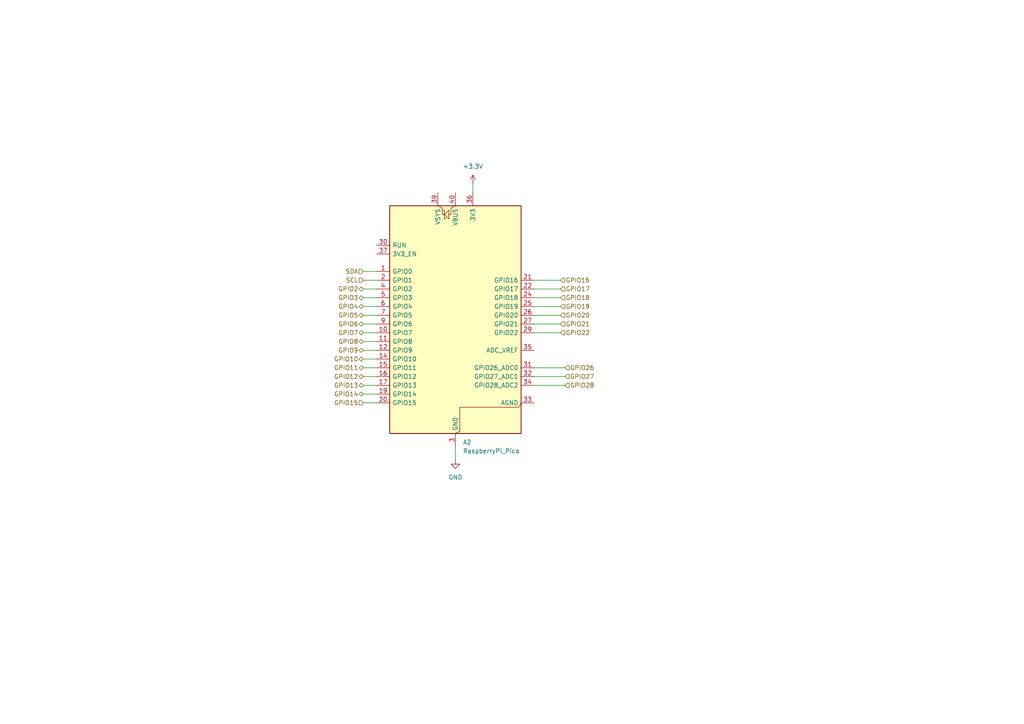
<source format=kicad_sch>
(kicad_sch
	(version 20250114)
	(generator "eeschema")
	(generator_version "9.0")
	(uuid "e824ae0a-303e-4b85-8ccd-ff8cbc5f6381")
	(paper "A4")
	(lib_symbols
		(symbol "MCU_Module:RaspberryPi_Pico"
			(pin_names
				(offset 0.762)
			)
			(exclude_from_sim no)
			(in_bom yes)
			(on_board yes)
			(property "Reference" "A"
				(at -19.05 35.56 0)
				(effects
					(font
						(size 1.27 1.27)
					)
					(justify left)
				)
			)
			(property "Value" "RaspberryPi_Pico"
				(at 7.62 35.56 0)
				(effects
					(font
						(size 1.27 1.27)
					)
					(justify left)
				)
			)
			(property "Footprint" "Module:RaspberryPi_Pico_Common_Unspecified"
				(at 0 -46.99 0)
				(effects
					(font
						(size 1.27 1.27)
					)
					(hide yes)
				)
			)
			(property "Datasheet" "https://datasheets.raspberrypi.com/pico/pico-datasheet.pdf"
				(at 0 -49.53 0)
				(effects
					(font
						(size 1.27 1.27)
					)
					(hide yes)
				)
			)
			(property "Description" "Versatile and inexpensive microcontroller module powered by RP2040 dual-core Arm Cortex-M0+ processor up to 133 MHz, 264kB SRAM, 2MB QSPI flash; also supports Raspberry Pi Pico 2"
				(at 0 -52.07 0)
				(effects
					(font
						(size 1.27 1.27)
					)
					(hide yes)
				)
			)
			(property "ki_keywords" "RP2350A M33 RISC-V Hazard3 usb"
				(at 0 0 0)
				(effects
					(font
						(size 1.27 1.27)
					)
					(hide yes)
				)
			)
			(property "ki_fp_filters" "RaspberryPi?Pico?Common* RaspberryPi?Pico?SMD*"
				(at 0 0 0)
				(effects
					(font
						(size 1.27 1.27)
					)
					(hide yes)
				)
			)
			(symbol "RaspberryPi_Pico_0_1"
				(rectangle
					(start -19.05 34.29)
					(end 19.05 -31.75)
					(stroke
						(width 0.254)
						(type default)
					)
					(fill
						(type background)
					)
				)
				(polyline
					(pts
						(xy -5.08 34.29) (xy -3.81 33.655) (xy -3.81 31.75) (xy -3.175 31.75)
					)
					(stroke
						(width 0)
						(type default)
					)
					(fill
						(type none)
					)
				)
				(polyline
					(pts
						(xy -3.429 32.766) (xy -3.429 33.02) (xy -3.175 33.02) (xy -3.175 30.48) (xy -2.921 30.48) (xy -2.921 30.734)
					)
					(stroke
						(width 0)
						(type default)
					)
					(fill
						(type none)
					)
				)
				(polyline
					(pts
						(xy -3.175 31.75) (xy -1.905 33.02) (xy -1.905 30.48) (xy -3.175 31.75)
					)
					(stroke
						(width 0)
						(type default)
					)
					(fill
						(type none)
					)
				)
				(polyline
					(pts
						(xy 0 34.29) (xy -1.27 33.655) (xy -1.27 31.75) (xy -1.905 31.75)
					)
					(stroke
						(width 0)
						(type default)
					)
					(fill
						(type none)
					)
				)
				(polyline
					(pts
						(xy 0 -31.75) (xy 1.27 -31.115) (xy 1.27 -24.13) (xy 18.415 -24.13) (xy 19.05 -22.86)
					)
					(stroke
						(width 0)
						(type default)
					)
					(fill
						(type none)
					)
				)
			)
			(symbol "RaspberryPi_Pico_1_1"
				(pin passive line
					(at -22.86 22.86 0)
					(length 3.81)
					(name "RUN"
						(effects
							(font
								(size 1.27 1.27)
							)
						)
					)
					(number "30"
						(effects
							(font
								(size 1.27 1.27)
							)
						)
					)
					(alternate "~{RESET}" passive line)
				)
				(pin passive line
					(at -22.86 20.32 0)
					(length 3.81)
					(name "3V3_EN"
						(effects
							(font
								(size 1.27 1.27)
							)
						)
					)
					(number "37"
						(effects
							(font
								(size 1.27 1.27)
							)
						)
					)
					(alternate "~{3V3_DISABLE}" passive line)
				)
				(pin bidirectional line
					(at -22.86 15.24 0)
					(length 3.81)
					(name "GPIO0"
						(effects
							(font
								(size 1.27 1.27)
							)
						)
					)
					(number "1"
						(effects
							(font
								(size 1.27 1.27)
							)
						)
					)
					(alternate "I2C0_SDA" bidirectional line)
					(alternate "PWM0_A" output line)
					(alternate "SPI0_RX" input line)
					(alternate "UART0_TX" output line)
					(alternate "USB_OVCUR_DET" input line)
				)
				(pin bidirectional line
					(at -22.86 12.7 0)
					(length 3.81)
					(name "GPIO1"
						(effects
							(font
								(size 1.27 1.27)
							)
						)
					)
					(number "2"
						(effects
							(font
								(size 1.27 1.27)
							)
						)
					)
					(alternate "I2C0_SCL" bidirectional clock)
					(alternate "PWM0_B" bidirectional line)
					(alternate "UART0_RX" input line)
					(alternate "USB_VBUS_DET" passive line)
					(alternate "~{SPI0_CSn}" bidirectional line)
				)
				(pin bidirectional line
					(at -22.86 10.16 0)
					(length 3.81)
					(name "GPIO2"
						(effects
							(font
								(size 1.27 1.27)
							)
						)
					)
					(number "4"
						(effects
							(font
								(size 1.27 1.27)
							)
						)
					)
					(alternate "I2C1_SDA" bidirectional line)
					(alternate "PWM1_A" output line)
					(alternate "SPI0_SCK" bidirectional clock)
					(alternate "UART0_CTS" input line)
					(alternate "USB_VBUS_EN" output line)
				)
				(pin bidirectional line
					(at -22.86 7.62 0)
					(length 3.81)
					(name "GPIO3"
						(effects
							(font
								(size 1.27 1.27)
							)
						)
					)
					(number "5"
						(effects
							(font
								(size 1.27 1.27)
							)
						)
					)
					(alternate "I2C1_SCL" bidirectional clock)
					(alternate "PWM1_B" bidirectional line)
					(alternate "SPI0_TX" output line)
					(alternate "UART0_RTS" output line)
					(alternate "USB_OVCUR_DET" input line)
				)
				(pin bidirectional line
					(at -22.86 5.08 0)
					(length 3.81)
					(name "GPIO4"
						(effects
							(font
								(size 1.27 1.27)
							)
						)
					)
					(number "6"
						(effects
							(font
								(size 1.27 1.27)
							)
						)
					)
					(alternate "I2C0_SDA" bidirectional line)
					(alternate "PWM2_A" output line)
					(alternate "SPI0_RX" input line)
					(alternate "UART1_TX" output line)
					(alternate "USB_VBUS_DET" input line)
				)
				(pin bidirectional line
					(at -22.86 2.54 0)
					(length 3.81)
					(name "GPIO5"
						(effects
							(font
								(size 1.27 1.27)
							)
						)
					)
					(number "7"
						(effects
							(font
								(size 1.27 1.27)
							)
						)
					)
					(alternate "I2C0_SCL" bidirectional clock)
					(alternate "PWM2_B" bidirectional line)
					(alternate "UART1_RX" input line)
					(alternate "USB_VBUS_EN" output line)
					(alternate "~{SPI0_CSn}" bidirectional line)
				)
				(pin bidirectional line
					(at -22.86 0 0)
					(length 3.81)
					(name "GPIO6"
						(effects
							(font
								(size 1.27 1.27)
							)
						)
					)
					(number "9"
						(effects
							(font
								(size 1.27 1.27)
							)
						)
					)
					(alternate "I2C1_SDA" bidirectional line)
					(alternate "PWM3_A" output line)
					(alternate "SPI0_SCK" bidirectional clock)
					(alternate "UART1_CTS" input line)
					(alternate "USB_OVCUR_DET" input line)
				)
				(pin bidirectional line
					(at -22.86 -2.54 0)
					(length 3.81)
					(name "GPIO7"
						(effects
							(font
								(size 1.27 1.27)
							)
						)
					)
					(number "10"
						(effects
							(font
								(size 1.27 1.27)
							)
						)
					)
					(alternate "I2C1_SCL" bidirectional clock)
					(alternate "PWM3_B" bidirectional line)
					(alternate "SPI0_TX" output line)
					(alternate "UART1_RTS" output line)
					(alternate "USB_VBUS_DET" input line)
				)
				(pin bidirectional line
					(at -22.86 -5.08 0)
					(length 3.81)
					(name "GPIO8"
						(effects
							(font
								(size 1.27 1.27)
							)
						)
					)
					(number "11"
						(effects
							(font
								(size 1.27 1.27)
							)
						)
					)
					(alternate "I2C0_SDA" bidirectional line)
					(alternate "PWM4_A" output line)
					(alternate "SPI1_RX" input line)
					(alternate "UART1_TX" output line)
					(alternate "USB_VBUS_EN" output line)
				)
				(pin bidirectional line
					(at -22.86 -7.62 0)
					(length 3.81)
					(name "GPIO9"
						(effects
							(font
								(size 1.27 1.27)
							)
						)
					)
					(number "12"
						(effects
							(font
								(size 1.27 1.27)
							)
						)
					)
					(alternate "I2C0_SCL" bidirectional clock)
					(alternate "PWM4_B" bidirectional line)
					(alternate "UART1_RX" input line)
					(alternate "USB_OVCUR_DET" input line)
					(alternate "~{SPI1_CSn}" bidirectional line)
				)
				(pin bidirectional line
					(at -22.86 -10.16 0)
					(length 3.81)
					(name "GPIO10"
						(effects
							(font
								(size 1.27 1.27)
							)
						)
					)
					(number "14"
						(effects
							(font
								(size 1.27 1.27)
							)
						)
					)
					(alternate "I2C1_SDA" bidirectional line)
					(alternate "PWM5_A" output line)
					(alternate "SPI1_SCK" bidirectional clock)
					(alternate "UART1_CTS" input line)
					(alternate "USB_VBUS_DET" input line)
				)
				(pin bidirectional line
					(at -22.86 -12.7 0)
					(length 3.81)
					(name "GPIO11"
						(effects
							(font
								(size 1.27 1.27)
							)
						)
					)
					(number "15"
						(effects
							(font
								(size 1.27 1.27)
							)
						)
					)
					(alternate "I2C1_SCL" bidirectional clock)
					(alternate "PWM5_B" bidirectional line)
					(alternate "SPI1_TX" output line)
					(alternate "UART1_RTS" output line)
					(alternate "USB_VBUS_EN" output line)
				)
				(pin bidirectional line
					(at -22.86 -15.24 0)
					(length 3.81)
					(name "GPIO12"
						(effects
							(font
								(size 1.27 1.27)
							)
						)
					)
					(number "16"
						(effects
							(font
								(size 1.27 1.27)
							)
						)
					)
					(alternate "I2C0_SDA" bidirectional line)
					(alternate "PWM6_A" output line)
					(alternate "SPI1_RX" input line)
					(alternate "UART0_TX" output line)
					(alternate "USB_OVCUR_DET" input line)
				)
				(pin bidirectional line
					(at -22.86 -17.78 0)
					(length 3.81)
					(name "GPIO13"
						(effects
							(font
								(size 1.27 1.27)
							)
						)
					)
					(number "17"
						(effects
							(font
								(size 1.27 1.27)
							)
						)
					)
					(alternate "I2C0_SCL" bidirectional clock)
					(alternate "PWM6_B" bidirectional line)
					(alternate "UART0_RX" input line)
					(alternate "USB_VBUS_DET" input line)
					(alternate "~{SPI1_CSn}" bidirectional line)
				)
				(pin bidirectional line
					(at -22.86 -20.32 0)
					(length 3.81)
					(name "GPIO14"
						(effects
							(font
								(size 1.27 1.27)
							)
						)
					)
					(number "19"
						(effects
							(font
								(size 1.27 1.27)
							)
						)
					)
					(alternate "I2C1_SDA" bidirectional line)
					(alternate "PWM7_A" output line)
					(alternate "SPI1_SCK" bidirectional clock)
					(alternate "UART0_CTS" input line)
					(alternate "USB_VBUS_EN" output line)
				)
				(pin bidirectional line
					(at -22.86 -22.86 0)
					(length 3.81)
					(name "GPIO15"
						(effects
							(font
								(size 1.27 1.27)
							)
						)
					)
					(number "20"
						(effects
							(font
								(size 1.27 1.27)
							)
						)
					)
					(alternate "I2C1_SCL" bidirectional clock)
					(alternate "PWM7_B" bidirectional line)
					(alternate "SPI1_TX" output line)
					(alternate "UART0_RTS" output line)
					(alternate "USB_OVCUR_DET" input line)
				)
				(pin power_in line
					(at -5.08 38.1 270)
					(length 3.81)
					(name "VSYS"
						(effects
							(font
								(size 1.27 1.27)
							)
						)
					)
					(number "39"
						(effects
							(font
								(size 1.27 1.27)
							)
						)
					)
					(alternate "VSYS_OUT" power_out line)
				)
				(pin power_out line
					(at 0 38.1 270)
					(length 3.81)
					(name "VBUS"
						(effects
							(font
								(size 1.27 1.27)
							)
						)
					)
					(number "40"
						(effects
							(font
								(size 1.27 1.27)
							)
						)
					)
					(alternate "VBUS_IN" power_in line)
				)
				(pin passive line
					(at 0 -35.56 90)
					(length 3.81)
					(hide yes)
					(name "GND"
						(effects
							(font
								(size 1.27 1.27)
							)
						)
					)
					(number "13"
						(effects
							(font
								(size 1.27 1.27)
							)
						)
					)
				)
				(pin passive line
					(at 0 -35.56 90)
					(length 3.81)
					(hide yes)
					(name "GND"
						(effects
							(font
								(size 1.27 1.27)
							)
						)
					)
					(number "18"
						(effects
							(font
								(size 1.27 1.27)
							)
						)
					)
				)
				(pin passive line
					(at 0 -35.56 90)
					(length 3.81)
					(hide yes)
					(name "GND"
						(effects
							(font
								(size 1.27 1.27)
							)
						)
					)
					(number "23"
						(effects
							(font
								(size 1.27 1.27)
							)
						)
					)
				)
				(pin passive line
					(at 0 -35.56 90)
					(length 3.81)
					(hide yes)
					(name "GND"
						(effects
							(font
								(size 1.27 1.27)
							)
						)
					)
					(number "28"
						(effects
							(font
								(size 1.27 1.27)
							)
						)
					)
				)
				(pin power_out line
					(at 0 -35.56 90)
					(length 3.81)
					(name "GND"
						(effects
							(font
								(size 1.27 1.27)
							)
						)
					)
					(number "3"
						(effects
							(font
								(size 1.27 1.27)
							)
						)
					)
					(alternate "GND_IN" power_in line)
				)
				(pin passive line
					(at 0 -35.56 90)
					(length 3.81)
					(hide yes)
					(name "GND"
						(effects
							(font
								(size 1.27 1.27)
							)
						)
					)
					(number "38"
						(effects
							(font
								(size 1.27 1.27)
							)
						)
					)
				)
				(pin passive line
					(at 0 -35.56 90)
					(length 3.81)
					(hide yes)
					(name "GND"
						(effects
							(font
								(size 1.27 1.27)
							)
						)
					)
					(number "8"
						(effects
							(font
								(size 1.27 1.27)
							)
						)
					)
				)
				(pin power_out line
					(at 5.08 38.1 270)
					(length 3.81)
					(name "3V3"
						(effects
							(font
								(size 1.27 1.27)
							)
						)
					)
					(number "36"
						(effects
							(font
								(size 1.27 1.27)
							)
						)
					)
				)
				(pin bidirectional line
					(at 22.86 12.7 180)
					(length 3.81)
					(name "GPIO16"
						(effects
							(font
								(size 1.27 1.27)
							)
						)
					)
					(number "21"
						(effects
							(font
								(size 1.27 1.27)
							)
						)
					)
					(alternate "I2C0_SDA" bidirectional line)
					(alternate "PWM0_A" output line)
					(alternate "SPI0_RX" input line)
					(alternate "UART0_TX" output line)
					(alternate "USB_VBUS_DET" input line)
				)
				(pin bidirectional line
					(at 22.86 10.16 180)
					(length 3.81)
					(name "GPIO17"
						(effects
							(font
								(size 1.27 1.27)
							)
						)
					)
					(number "22"
						(effects
							(font
								(size 1.27 1.27)
							)
						)
					)
					(alternate "I2C0_SCL" bidirectional clock)
					(alternate "PWM0_B" bidirectional line)
					(alternate "UART0_RX" input line)
					(alternate "USB_VBUS_EN" output line)
					(alternate "~{SPI0_CSn}" bidirectional line)
				)
				(pin bidirectional line
					(at 22.86 7.62 180)
					(length 3.81)
					(name "GPIO18"
						(effects
							(font
								(size 1.27 1.27)
							)
						)
					)
					(number "24"
						(effects
							(font
								(size 1.27 1.27)
							)
						)
					)
					(alternate "I2C1_SDA" bidirectional line)
					(alternate "PWM1_A" output line)
					(alternate "SPI0_SCK" bidirectional clock)
					(alternate "UART0_CTS" input line)
					(alternate "USB_OVCUR_DET" input line)
				)
				(pin bidirectional line
					(at 22.86 5.08 180)
					(length 3.81)
					(name "GPIO19"
						(effects
							(font
								(size 1.27 1.27)
							)
						)
					)
					(number "25"
						(effects
							(font
								(size 1.27 1.27)
							)
						)
					)
					(alternate "I2C1_SCL" bidirectional clock)
					(alternate "PWM1_B" bidirectional line)
					(alternate "SPI0_TX" output line)
					(alternate "UART0_RTS" output line)
					(alternate "USB_VBUS_DET" input line)
				)
				(pin bidirectional line
					(at 22.86 2.54 180)
					(length 3.81)
					(name "GPIO20"
						(effects
							(font
								(size 1.27 1.27)
							)
						)
					)
					(number "26"
						(effects
							(font
								(size 1.27 1.27)
							)
						)
					)
					(alternate "CLOCK_GPIN0" input clock)
					(alternate "I2C0_SDA" bidirectional line)
					(alternate "PWM2_A" output line)
					(alternate "SPI0_RX" input line)
					(alternate "UART1_TX" output line)
					(alternate "USB_VBUS_EN" output line)
				)
				(pin bidirectional line
					(at 22.86 0 180)
					(length 3.81)
					(name "GPIO21"
						(effects
							(font
								(size 1.27 1.27)
							)
						)
					)
					(number "27"
						(effects
							(font
								(size 1.27 1.27)
							)
						)
					)
					(alternate "CLOCK_GPOUT0" output clock)
					(alternate "I2C0_SCL" bidirectional clock)
					(alternate "PWM2_B" bidirectional line)
					(alternate "UART1_RX" input line)
					(alternate "USB_OVCUR_DET" input line)
					(alternate "~{SPI0_CSn}" bidirectional line)
				)
				(pin bidirectional line
					(at 22.86 -2.54 180)
					(length 3.81)
					(name "GPIO22"
						(effects
							(font
								(size 1.27 1.27)
							)
						)
					)
					(number "29"
						(effects
							(font
								(size 1.27 1.27)
							)
						)
					)
					(alternate "CLOCK_GPIN1" input clock)
					(alternate "I2C1_SDA" bidirectional line)
					(alternate "PWM3_A" output line)
					(alternate "SPI0_SCK" bidirectional clock)
					(alternate "UART1_CTS" input line)
					(alternate "USB_VBUS_DET" input line)
				)
				(pin power_in line
					(at 22.86 -7.62 180)
					(length 3.81)
					(name "ADC_VREF"
						(effects
							(font
								(size 1.27 1.27)
							)
						)
					)
					(number "35"
						(effects
							(font
								(size 1.27 1.27)
							)
						)
					)
				)
				(pin bidirectional line
					(at 22.86 -12.7 180)
					(length 3.81)
					(name "GPIO26_ADC0"
						(effects
							(font
								(size 1.27 1.27)
							)
						)
					)
					(number "31"
						(effects
							(font
								(size 1.27 1.27)
							)
						)
					)
					(alternate "ADC0" input line)
					(alternate "GPIO26" bidirectional line)
					(alternate "I2C1_SDA" bidirectional line)
					(alternate "PWM5_A" output line)
					(alternate "SPI1_SCK" bidirectional clock)
					(alternate "UART1_CTS" input line)
					(alternate "USB_VBUS_EN" output line)
				)
				(pin bidirectional line
					(at 22.86 -15.24 180)
					(length 3.81)
					(name "GPIO27_ADC1"
						(effects
							(font
								(size 1.27 1.27)
							)
						)
					)
					(number "32"
						(effects
							(font
								(size 1.27 1.27)
							)
						)
					)
					(alternate "ADC1" input line)
					(alternate "GPIO27" bidirectional line)
					(alternate "I2C1_SCL" bidirectional clock)
					(alternate "PWM5_B" bidirectional line)
					(alternate "SPI1_TX" output line)
					(alternate "UART1_RTS" output line)
					(alternate "USB_OVCUR_DET" input line)
				)
				(pin bidirectional line
					(at 22.86 -17.78 180)
					(length 3.81)
					(name "GPIO28_ADC2"
						(effects
							(font
								(size 1.27 1.27)
							)
						)
					)
					(number "34"
						(effects
							(font
								(size 1.27 1.27)
							)
						)
					)
					(alternate "ADC2" input line)
					(alternate "GPIO28" bidirectional line)
					(alternate "I2C0_SDA" bidirectional line)
					(alternate "PWM6_A" output line)
					(alternate "SPI1_RX" input line)
					(alternate "UART0_TX" output line)
					(alternate "USB_VBUS_DET" input line)
				)
				(pin power_out line
					(at 22.86 -22.86 180)
					(length 3.81)
					(name "AGND"
						(effects
							(font
								(size 1.27 1.27)
							)
						)
					)
					(number "33"
						(effects
							(font
								(size 1.27 1.27)
							)
						)
					)
					(alternate "GND" passive line)
				)
			)
			(embedded_fonts no)
		)
		(symbol "power:GND"
			(power)
			(pin_numbers
				(hide yes)
			)
			(pin_names
				(offset 0)
				(hide yes)
			)
			(exclude_from_sim no)
			(in_bom yes)
			(on_board yes)
			(property "Reference" "#PWR"
				(at 0 -6.35 0)
				(effects
					(font
						(size 1.27 1.27)
					)
					(hide yes)
				)
			)
			(property "Value" "GND"
				(at 0 -3.81 0)
				(effects
					(font
						(size 1.27 1.27)
					)
				)
			)
			(property "Footprint" ""
				(at 0 0 0)
				(effects
					(font
						(size 1.27 1.27)
					)
					(hide yes)
				)
			)
			(property "Datasheet" ""
				(at 0 0 0)
				(effects
					(font
						(size 1.27 1.27)
					)
					(hide yes)
				)
			)
			(property "Description" "Power symbol creates a global label with name \"GND\" , ground"
				(at 0 0 0)
				(effects
					(font
						(size 1.27 1.27)
					)
					(hide yes)
				)
			)
			(property "ki_keywords" "global power"
				(at 0 0 0)
				(effects
					(font
						(size 1.27 1.27)
					)
					(hide yes)
				)
			)
			(symbol "GND_0_1"
				(polyline
					(pts
						(xy 0 0) (xy 0 -1.27) (xy 1.27 -1.27) (xy 0 -2.54) (xy -1.27 -1.27) (xy 0 -1.27)
					)
					(stroke
						(width 0)
						(type default)
					)
					(fill
						(type none)
					)
				)
			)
			(symbol "GND_1_1"
				(pin power_in line
					(at 0 0 270)
					(length 0)
					(name "~"
						(effects
							(font
								(size 1.27 1.27)
							)
						)
					)
					(number "1"
						(effects
							(font
								(size 1.27 1.27)
							)
						)
					)
				)
			)
			(embedded_fonts no)
		)
		(symbol "power:VDD"
			(power)
			(pin_numbers
				(hide yes)
			)
			(pin_names
				(offset 0)
				(hide yes)
			)
			(exclude_from_sim no)
			(in_bom yes)
			(on_board yes)
			(property "Reference" "#PWR"
				(at 0 -3.81 0)
				(effects
					(font
						(size 1.27 1.27)
					)
					(hide yes)
				)
			)
			(property "Value" "VDD"
				(at 0 3.556 0)
				(effects
					(font
						(size 1.27 1.27)
					)
				)
			)
			(property "Footprint" ""
				(at 0 0 0)
				(effects
					(font
						(size 1.27 1.27)
					)
					(hide yes)
				)
			)
			(property "Datasheet" ""
				(at 0 0 0)
				(effects
					(font
						(size 1.27 1.27)
					)
					(hide yes)
				)
			)
			(property "Description" "Power symbol creates a global label with name \"VDD\""
				(at 0 0 0)
				(effects
					(font
						(size 1.27 1.27)
					)
					(hide yes)
				)
			)
			(property "ki_keywords" "global power"
				(at 0 0 0)
				(effects
					(font
						(size 1.27 1.27)
					)
					(hide yes)
				)
			)
			(symbol "VDD_0_1"
				(polyline
					(pts
						(xy -0.762 1.27) (xy 0 2.54)
					)
					(stroke
						(width 0)
						(type default)
					)
					(fill
						(type none)
					)
				)
				(polyline
					(pts
						(xy 0 2.54) (xy 0.762 1.27)
					)
					(stroke
						(width 0)
						(type default)
					)
					(fill
						(type none)
					)
				)
				(polyline
					(pts
						(xy 0 0) (xy 0 2.54)
					)
					(stroke
						(width 0)
						(type default)
					)
					(fill
						(type none)
					)
				)
			)
			(symbol "VDD_1_1"
				(pin power_in line
					(at 0 0 90)
					(length 0)
					(name "~"
						(effects
							(font
								(size 1.27 1.27)
							)
						)
					)
					(number "1"
						(effects
							(font
								(size 1.27 1.27)
							)
						)
					)
				)
			)
			(embedded_fonts no)
		)
	)
	(wire
		(pts
			(xy 154.94 93.98) (xy 162.56 93.98)
		)
		(stroke
			(width 0)
			(type default)
		)
		(uuid "1957e941-50cb-4659-81e0-5ef3aa5c59b5")
	)
	(wire
		(pts
			(xy 154.94 109.22) (xy 163.83 109.22)
		)
		(stroke
			(width 0)
			(type default)
		)
		(uuid "225727b7-d0c4-49be-b2d7-3af82e098ead")
	)
	(wire
		(pts
			(xy 105.41 91.44) (xy 109.22 91.44)
		)
		(stroke
			(width 0)
			(type default)
		)
		(uuid "244c8c6a-faa0-475c-9f88-786326891568")
	)
	(wire
		(pts
			(xy 137.16 53.34) (xy 137.16 55.88)
		)
		(stroke
			(width 0)
			(type default)
		)
		(uuid "258f4d31-23c0-4ac4-a711-7562bf8fae14")
	)
	(wire
		(pts
			(xy 105.41 111.76) (xy 109.22 111.76)
		)
		(stroke
			(width 0)
			(type default)
		)
		(uuid "265097d1-ae1b-4d55-a33c-c3b10842ab7b")
	)
	(wire
		(pts
			(xy 105.41 99.06) (xy 109.22 99.06)
		)
		(stroke
			(width 0)
			(type default)
		)
		(uuid "31d4b425-51b0-4703-a4eb-46793d721478")
	)
	(wire
		(pts
			(xy 105.41 114.3) (xy 109.22 114.3)
		)
		(stroke
			(width 0)
			(type default)
		)
		(uuid "375daf7d-f414-477d-bc25-3e08404c100c")
	)
	(wire
		(pts
			(xy 105.41 88.9) (xy 109.22 88.9)
		)
		(stroke
			(width 0)
			(type default)
		)
		(uuid "3d70ecc6-5f9e-463a-9a1e-c6fe89985cae")
	)
	(wire
		(pts
			(xy 154.94 111.76) (xy 163.83 111.76)
		)
		(stroke
			(width 0)
			(type default)
		)
		(uuid "41cd981e-b56a-4eb0-8e08-bdb145dd4d15")
	)
	(wire
		(pts
			(xy 154.94 106.68) (xy 163.83 106.68)
		)
		(stroke
			(width 0)
			(type default)
		)
		(uuid "47594b9c-eded-4844-bdee-d33fc3c239a9")
	)
	(wire
		(pts
			(xy 105.41 116.84) (xy 109.22 116.84)
		)
		(stroke
			(width 0)
			(type default)
		)
		(uuid "4e8f7581-4e05-4946-885e-7bc3347b4de4")
	)
	(wire
		(pts
			(xy 105.41 78.74) (xy 109.22 78.74)
		)
		(stroke
			(width 0)
			(type default)
		)
		(uuid "572b6e17-1839-4032-a729-e662a71be97d")
	)
	(wire
		(pts
			(xy 105.41 109.22) (xy 109.22 109.22)
		)
		(stroke
			(width 0)
			(type default)
		)
		(uuid "5ddc8e7e-7c54-4a23-a02d-5ce7e86e310f")
	)
	(wire
		(pts
			(xy 105.41 101.6) (xy 109.22 101.6)
		)
		(stroke
			(width 0)
			(type default)
		)
		(uuid "67571a08-db69-41a8-9385-bbb3a68c8196")
	)
	(wire
		(pts
			(xy 154.94 88.9) (xy 162.56 88.9)
		)
		(stroke
			(width 0)
			(type default)
		)
		(uuid "6f9cec05-7b11-4a1f-bb36-e4af14f292fe")
	)
	(wire
		(pts
			(xy 154.94 96.52) (xy 162.56 96.52)
		)
		(stroke
			(width 0)
			(type default)
		)
		(uuid "72e3f59b-dc1b-44e8-8720-0c5387730fe6")
	)
	(wire
		(pts
			(xy 154.94 81.28) (xy 162.56 81.28)
		)
		(stroke
			(width 0)
			(type default)
		)
		(uuid "7c601752-7d38-4b3f-abce-0b60354062da")
	)
	(wire
		(pts
			(xy 105.41 86.36) (xy 109.22 86.36)
		)
		(stroke
			(width 0)
			(type default)
		)
		(uuid "a05c624f-bac9-4331-90d5-7222daaefb61")
	)
	(wire
		(pts
			(xy 154.94 86.36) (xy 162.56 86.36)
		)
		(stroke
			(width 0)
			(type default)
		)
		(uuid "ad24f702-98be-40cd-a946-73bb53f84fcc")
	)
	(wire
		(pts
			(xy 105.41 81.28) (xy 109.22 81.28)
		)
		(stroke
			(width 0)
			(type default)
		)
		(uuid "b07f9f2c-be97-4a89-9e34-d23c29de3d87")
	)
	(wire
		(pts
			(xy 105.41 83.82) (xy 109.22 83.82)
		)
		(stroke
			(width 0)
			(type default)
		)
		(uuid "b39324a5-3cc3-4976-81ea-c9811e7fa30b")
	)
	(wire
		(pts
			(xy 105.41 93.98) (xy 109.22 93.98)
		)
		(stroke
			(width 0)
			(type default)
		)
		(uuid "ba92a283-0a12-48b2-92c8-0df3912d2e8d")
	)
	(wire
		(pts
			(xy 105.41 106.68) (xy 109.22 106.68)
		)
		(stroke
			(width 0)
			(type default)
		)
		(uuid "cbd79dbf-0202-4244-ab39-0f054cc93c8e")
	)
	(wire
		(pts
			(xy 154.94 83.82) (xy 162.56 83.82)
		)
		(stroke
			(width 0)
			(type default)
		)
		(uuid "d2153dde-7400-4e71-95a6-287a2bd82655")
	)
	(wire
		(pts
			(xy 154.94 91.44) (xy 162.56 91.44)
		)
		(stroke
			(width 0)
			(type default)
		)
		(uuid "d8e91207-01e8-4c9b-84b3-f7a52a602105")
	)
	(wire
		(pts
			(xy 105.41 96.52) (xy 109.22 96.52)
		)
		(stroke
			(width 0)
			(type default)
		)
		(uuid "daa98717-9399-40c5-92ce-d609c62d1c12")
	)
	(wire
		(pts
			(xy 132.08 129.54) (xy 132.08 133.35)
		)
		(stroke
			(width 0)
			(type default)
		)
		(uuid "ea069af5-0dc5-4b4a-af23-b55b885790d0")
	)
	(wire
		(pts
			(xy 105.41 104.14) (xy 109.22 104.14)
		)
		(stroke
			(width 0)
			(type default)
		)
		(uuid "ebcbedba-44d7-4bca-93a8-6a2dd133c54f")
	)
	(hierarchical_label "GPIO5"
		(shape bidirectional)
		(at 105.41 91.44 180)
		(effects
			(font
				(size 1.27 1.27)
			)
			(justify right)
		)
		(uuid "00767b9b-436c-4641-b4e3-397df2964466")
	)
	(hierarchical_label "GPIO22"
		(shape input)
		(at 162.56 96.52 0)
		(effects
			(font
				(size 1.27 1.27)
			)
			(justify left)
		)
		(uuid "0124ffdb-8865-491c-a9cd-463819c42c35")
	)
	(hierarchical_label "GPIO8"
		(shape bidirectional)
		(at 105.41 99.06 180)
		(effects
			(font
				(size 1.27 1.27)
			)
			(justify right)
		)
		(uuid "042a7274-5a30-4515-a2a3-db4c2b6bf0f5")
	)
	(hierarchical_label "GPIO16"
		(shape input)
		(at 162.56 81.28 0)
		(effects
			(font
				(size 1.27 1.27)
			)
			(justify left)
		)
		(uuid "0e276e24-10ef-4b1d-9502-312a70a5c727")
	)
	(hierarchical_label "GPIO20"
		(shape input)
		(at 162.56 91.44 0)
		(effects
			(font
				(size 1.27 1.27)
			)
			(justify left)
		)
		(uuid "1548c031-cc93-4152-a297-19a08d4b30db")
	)
	(hierarchical_label "GPIO18"
		(shape input)
		(at 162.56 86.36 0)
		(effects
			(font
				(size 1.27 1.27)
			)
			(justify left)
		)
		(uuid "157e8b53-2f47-48c8-8e6f-f8032d5d4952")
	)
	(hierarchical_label "GPIO26"
		(shape input)
		(at 163.83 106.68 0)
		(effects
			(font
				(size 1.27 1.27)
			)
			(justify left)
		)
		(uuid "20999525-f989-481f-af4f-bb62ca308433")
	)
	(hierarchical_label "GPIO11"
		(shape bidirectional)
		(at 105.41 106.68 180)
		(effects
			(font
				(size 1.27 1.27)
			)
			(justify right)
		)
		(uuid "22f84906-9ce4-4893-8165-3788c63fbad7")
	)
	(hierarchical_label "GPIO15"
		(shape input)
		(at 105.41 116.84 180)
		(effects
			(font
				(size 1.27 1.27)
			)
			(justify right)
		)
		(uuid "25d8ce99-d581-4c54-8e5e-9f21c0d59693")
	)
	(hierarchical_label "GPIO7"
		(shape bidirectional)
		(at 105.41 96.52 180)
		(effects
			(font
				(size 1.27 1.27)
			)
			(justify right)
		)
		(uuid "3f068abb-8e82-404a-bdbf-4febde634249")
	)
	(hierarchical_label "GPIO19"
		(shape input)
		(at 162.56 88.9 0)
		(effects
			(font
				(size 1.27 1.27)
			)
			(justify left)
		)
		(uuid "4f96111b-eacd-4432-a3c9-0229f97d3304")
	)
	(hierarchical_label "GPIO17"
		(shape input)
		(at 162.56 83.82 0)
		(effects
			(font
				(size 1.27 1.27)
			)
			(justify left)
		)
		(uuid "63fb2a9a-689e-47c6-b800-35075debaee5")
	)
	(hierarchical_label "SDA"
		(shape input)
		(at 105.41 78.74 180)
		(effects
			(font
				(size 1.27 1.27)
			)
			(justify right)
		)
		(uuid "78ad6e9c-ef22-492c-b708-8de696a6b89b")
	)
	(hierarchical_label "GPIO9"
		(shape bidirectional)
		(at 105.41 101.6 180)
		(effects
			(font
				(size 1.27 1.27)
			)
			(justify right)
		)
		(uuid "87bb0a17-b346-4cf3-b6c6-f8efa6dc715a")
	)
	(hierarchical_label "GPIO12"
		(shape bidirectional)
		(at 105.41 109.22 180)
		(effects
			(font
				(size 1.27 1.27)
			)
			(justify right)
		)
		(uuid "910ae52d-7bb8-4df1-b79d-df987391a171")
	)
	(hierarchical_label "GPIO13"
		(shape bidirectional)
		(at 105.41 111.76 180)
		(effects
			(font
				(size 1.27 1.27)
			)
			(justify right)
		)
		(uuid "9de8b24e-496b-4062-ac2c-32be463ae47d")
	)
	(hierarchical_label "GPIO6"
		(shape bidirectional)
		(at 105.41 93.98 180)
		(effects
			(font
				(size 1.27 1.27)
			)
			(justify right)
		)
		(uuid "a5171c39-5e1c-480f-aca8-d5cee5e6b38d")
	)
	(hierarchical_label "GPIO3"
		(shape bidirectional)
		(at 105.41 86.36 180)
		(effects
			(font
				(size 1.27 1.27)
			)
			(justify right)
		)
		(uuid "a8a37340-7d87-4682-908d-aee274d0161c")
	)
	(hierarchical_label "GPIO4"
		(shape bidirectional)
		(at 105.41 88.9 180)
		(effects
			(font
				(size 1.27 1.27)
			)
			(justify right)
		)
		(uuid "ad2ffb11-e98a-4f2e-9223-5cf8b89cf3f0")
	)
	(hierarchical_label "GPIO14"
		(shape bidirectional)
		(at 105.41 114.3 180)
		(effects
			(font
				(size 1.27 1.27)
			)
			(justify right)
		)
		(uuid "af60d903-b0f6-4dc4-afee-42fe61587aed")
	)
	(hierarchical_label "GPIO28"
		(shape input)
		(at 163.83 111.76 0)
		(effects
			(font
				(size 1.27 1.27)
			)
			(justify left)
		)
		(uuid "c67f5fae-63b8-4e0f-becb-bb4f565eab98")
	)
	(hierarchical_label "SCL"
		(shape input)
		(at 105.41 81.28 180)
		(effects
			(font
				(size 1.27 1.27)
			)
			(justify right)
		)
		(uuid "cb036c64-c718-44ed-9b0c-432f83de3032")
	)
	(hierarchical_label "GPIO27"
		(shape input)
		(at 163.83 109.22 0)
		(effects
			(font
				(size 1.27 1.27)
			)
			(justify left)
		)
		(uuid "d0f4e526-f501-4489-9121-f401dd641e68")
	)
	(hierarchical_label "GPIO2"
		(shape bidirectional)
		(at 105.41 83.82 180)
		(effects
			(font
				(size 1.27 1.27)
			)
			(justify right)
		)
		(uuid "d72a08ff-3a7b-4ca6-a87f-749089788e40")
	)
	(hierarchical_label "GPIO21"
		(shape input)
		(at 162.56 93.98 0)
		(effects
			(font
				(size 1.27 1.27)
			)
			(justify left)
		)
		(uuid "e4f89efb-15f0-46ae-9b4c-448ef15e82f3")
	)
	(hierarchical_label "GPIO10"
		(shape bidirectional)
		(at 105.41 104.14 180)
		(effects
			(font
				(size 1.27 1.27)
			)
			(justify right)
		)
		(uuid "f248cc96-ecdb-4635-bfe1-cac3f92d2b89")
	)
	(symbol
		(lib_id "power:GND")
		(at 132.08 133.35 0)
		(unit 1)
		(exclude_from_sim no)
		(in_bom yes)
		(on_board yes)
		(dnp no)
		(fields_autoplaced yes)
		(uuid "625382a7-cca3-4eaa-a849-4ac12254fc4c")
		(property "Reference" "#PWR011"
			(at 132.08 139.7 0)
			(effects
				(font
					(size 1.27 1.27)
				)
				(hide yes)
			)
		)
		(property "Value" "GND"
			(at 132.08 138.43 0)
			(effects
				(font
					(size 1.27 1.27)
				)
			)
		)
		(property "Footprint" ""
			(at 132.08 133.35 0)
			(effects
				(font
					(size 1.27 1.27)
				)
				(hide yes)
			)
		)
		(property "Datasheet" ""
			(at 132.08 133.35 0)
			(effects
				(font
					(size 1.27 1.27)
				)
				(hide yes)
			)
		)
		(property "Description" "Power symbol creates a global label with name \"GND\" , ground"
			(at 132.08 133.35 0)
			(effects
				(font
					(size 1.27 1.27)
				)
				(hide yes)
			)
		)
		(pin "1"
			(uuid "26de9861-c146-4d01-acd8-5e48dfd197ae")
		)
		(instances
			(project "WSEN-HIDS_Demo_Board"
				(path "/0b9d3690-03ac-4718-a721-d774fd5bc4e6/faf2ce06-15fe-4950-87f7-f180a1f62497"
					(reference "#PWR011")
					(unit 1)
				)
			)
		)
	)
	(symbol
		(lib_id "MCU_Module:RaspberryPi_Pico")
		(at 132.08 93.98 0)
		(unit 1)
		(exclude_from_sim no)
		(in_bom yes)
		(on_board yes)
		(dnp no)
		(fields_autoplaced yes)
		(uuid "a9561667-b563-4934-a6da-fa4d46d80b66")
		(property "Reference" "A2"
			(at 134.2233 128.27 0)
			(effects
				(font
					(size 1.27 1.27)
				)
				(justify left)
			)
		)
		(property "Value" "RaspberryPi_Pico"
			(at 134.2233 130.81 0)
			(effects
				(font
					(size 1.27 1.27)
				)
				(justify left)
			)
		)
		(property "Footprint" "Module:RaspberryPi_Pico_Common_Unspecified"
			(at 132.08 140.97 0)
			(effects
				(font
					(size 1.27 1.27)
				)
				(hide yes)
			)
		)
		(property "Datasheet" "https://datasheets.raspberrypi.com/pico/pico-datasheet.pdf"
			(at 132.08 143.51 0)
			(effects
				(font
					(size 1.27 1.27)
				)
				(hide yes)
			)
		)
		(property "Description" "Versatile and inexpensive microcontroller module powered by RP2040 dual-core Arm Cortex-M0+ processor up to 133 MHz, 264kB SRAM, 2MB QSPI flash; also supports Raspberry Pi Pico 2"
			(at 132.08 146.05 0)
			(effects
				(font
					(size 1.27 1.27)
				)
				(hide yes)
			)
		)
		(pin "30"
			(uuid "c9da3c22-7d0a-4e59-a010-663f2bd80918")
		)
		(pin "37"
			(uuid "87f12655-8c1d-4715-aad4-2fc0f651dbcc")
		)
		(pin "9"
			(uuid "0b41ca4e-85ea-4020-9274-ebd7e6f01db7")
		)
		(pin "10"
			(uuid "8d99e59a-61a3-436f-9efb-70c2cdbad8d3")
		)
		(pin "14"
			(uuid "698077f7-f55c-4b7a-9680-a1a5e95983d1")
		)
		(pin "15"
			(uuid "9794ff5a-6ffb-4cfc-83c6-5662f03ff81c")
		)
		(pin "16"
			(uuid "79d89db4-bae3-4404-b64a-f3270493ff63")
		)
		(pin "17"
			(uuid "d2d30fa0-8d36-4df3-91c3-9377829b8474")
		)
		(pin "19"
			(uuid "93b617a7-3d9f-4c07-85aa-370e5bd79ecb")
		)
		(pin "20"
			(uuid "4c7d7465-a3ab-4eba-a156-13256ab617e7")
		)
		(pin "1"
			(uuid "0f7bfd0d-da02-4ea6-9ce1-8aa436e481f6")
		)
		(pin "2"
			(uuid "7882a093-cb28-43eb-ad7b-3a7b63e84d43")
		)
		(pin "4"
			(uuid "c20c4520-2d9e-4525-b215-07a8cb00c4d6")
		)
		(pin "5"
			(uuid "f86fb7bd-182e-407f-8888-2f44c520867b")
		)
		(pin "6"
			(uuid "23b5549b-c490-40ee-a9f7-a05ac6d86ee6")
		)
		(pin "7"
			(uuid "cbc9922b-593e-4680-a4e2-55eb3f84f6d9")
		)
		(pin "39"
			(uuid "9e9e7188-3b95-445c-959d-e8a9dddae6b3")
		)
		(pin "40"
			(uuid "06f7c5aa-902f-4a56-a8a2-2d74cfed9096")
		)
		(pin "13"
			(uuid "e96302a8-0926-4e34-9aec-4fa53a5993bf")
		)
		(pin "18"
			(uuid "ba5bded6-c47f-4d6f-b1dd-7f408ee3dcc7")
		)
		(pin "23"
			(uuid "5e674c6f-a14e-4a2f-9cd4-d3a336dc5888")
		)
		(pin "28"
			(uuid "9ea66b54-e63c-4acd-8a02-40cb58bfe2d5")
		)
		(pin "3"
			(uuid "206f0b28-9cd4-42d9-9ac6-da474cf22b70")
		)
		(pin "38"
			(uuid "176fbc84-41c7-4fc5-b783-99c35e6638ef")
		)
		(pin "8"
			(uuid "4cd3c1bd-81e8-46cf-bb07-4ba80afd69d1")
		)
		(pin "36"
			(uuid "fa44b399-ccfd-4c8a-b724-aa66d93e4d08")
		)
		(pin "21"
			(uuid "b273483f-6011-4701-9d26-7bb71482a9a0")
		)
		(pin "22"
			(uuid "ac747a34-13f0-4daa-b67b-d4cad1947144")
		)
		(pin "24"
			(uuid "2b37588d-4e5c-4a18-a35c-b4d734372860")
		)
		(pin "25"
			(uuid "0ad7dfcd-d2e5-40c1-bd5d-f47a8487a466")
		)
		(pin "26"
			(uuid "d22277c3-a52a-4b93-bb80-503ed478893c")
		)
		(pin "27"
			(uuid "a53255d5-5659-467e-9685-74a62c81db34")
		)
		(pin "29"
			(uuid "fd7a34ce-da24-4bd0-937a-1f0f00063725")
		)
		(pin "35"
			(uuid "efce3a0f-cbbf-4588-a498-aad09e33743d")
		)
		(pin "31"
			(uuid "fd7f4c35-82fa-4a03-9517-924c4c82b1ad")
		)
		(pin "32"
			(uuid "7afc304b-4cc6-4ee9-a994-b3d0fee79094")
		)
		(pin "34"
			(uuid "f16510f1-f718-4aed-aa89-dd4ca3113802")
		)
		(pin "33"
			(uuid "2dba32f4-ce96-4e99-8f58-5a994213a841")
		)
		(pin "11"
			(uuid "60a5ec2a-319a-4cd1-abb1-4a27b08951a3")
		)
		(pin "12"
			(uuid "07dcaff8-926e-4099-989f-44be2565a5f2")
		)
		(instances
			(project "WSEN-HIDS_Demo_Board"
				(path "/0b9d3690-03ac-4718-a721-d774fd5bc4e6/faf2ce06-15fe-4950-87f7-f180a1f62497"
					(reference "A2")
					(unit 1)
				)
			)
		)
	)
	(symbol
		(lib_id "power:VDD")
		(at 137.16 53.34 0)
		(unit 1)
		(exclude_from_sim no)
		(in_bom yes)
		(on_board yes)
		(dnp no)
		(fields_autoplaced yes)
		(uuid "b8696f3e-be6f-4d3c-83fe-6d3b84cf3e0d")
		(property "Reference" "#PWR010"
			(at 137.16 57.15 0)
			(effects
				(font
					(size 1.27 1.27)
				)
				(hide yes)
			)
		)
		(property "Value" "+3.3V"
			(at 137.16 48.26 0)
			(effects
				(font
					(size 1.27 1.27)
				)
			)
		)
		(property "Footprint" ""
			(at 137.16 53.34 0)
			(effects
				(font
					(size 1.27 1.27)
				)
				(hide yes)
			)
		)
		(property "Datasheet" ""
			(at 137.16 53.34 0)
			(effects
				(font
					(size 1.27 1.27)
				)
				(hide yes)
			)
		)
		(property "Description" "Power symbol creates a global label with name \"VDD\""
			(at 137.16 53.34 0)
			(effects
				(font
					(size 1.27 1.27)
				)
				(hide yes)
			)
		)
		(pin "1"
			(uuid "4ab6ae0c-209b-4ca5-bede-07911aa715b6")
		)
		(instances
			(project "WSEN-HIDS_Demo_Board"
				(path "/0b9d3690-03ac-4718-a721-d774fd5bc4e6/faf2ce06-15fe-4950-87f7-f180a1f62497"
					(reference "#PWR010")
					(unit 1)
				)
			)
		)
	)
)

</source>
